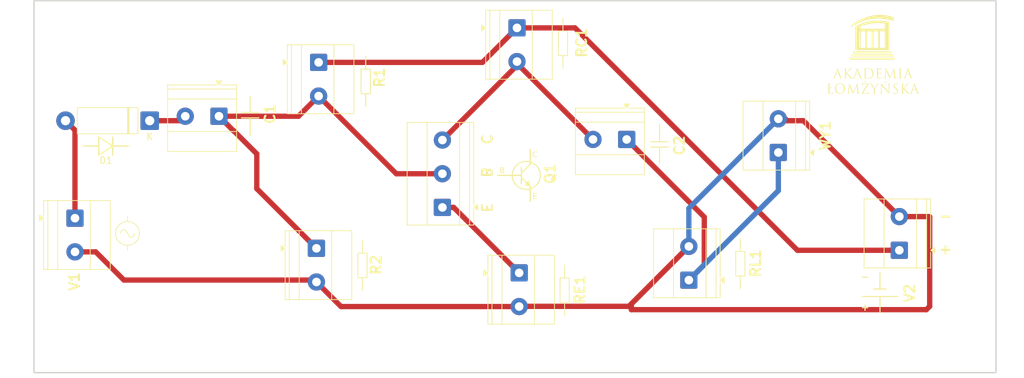
<source format=kicad_pcb>
(kicad_pcb (version 20241229) (generator "pcbnew") (generator_version "9.0")
  (layers (0 "F.Cu" signal) (2 "B.Cu" signal) (13 "F.Paste" user) (15 "B.Paste" user) (5 "F.SilkS" user "F.Silkscreen") (7 "B.SilkS" user "B.Silkscreen") (1 "F.Mask" user) (3 "B.Mask" user) (25 "Edge.Cuts" user))
  (net 0 "")
  (net 1 "Net-(D1-K)")
  (net 2 "Net-(Q1-B)")
  (net 3 "Net-(Q1-C)")
  (net 4 "Net-(Q1-E)")
  (net 5 "Net-(V2-+)")
  (net 6 "AC")
  (net 7 "Net-(C2-Pad1)")
  (net 8 "Net-(D1-A)")
  (footprint "MountingHole:MountingHole_4.3mm_M4" (layer "F.Cu") (at 237.25 157.5)
    (property "Reference" "REF**" (hide yes))
    (property "Value" "MountingHole_4.3mm_M4")
    (pad "" np_thru_hole circle (at 0 0) (size 4.3 4.3) (drill 4.3) (layers "*.Cu" "*.Mask"))
  )
  (footprint "TerminalBlock_Phoenix:TerminalBlock_Phoenix_MKDS-1,5-2-5.08_1x02_P5.08mm_Horizontal" (layer "F.Cu") (at 196.1725 148.795 90)
    (property "Reference" "RL1" (at 2.545 10.0775 90) (layer "F.SilkS") (effects (font (size 1.5 1.5) (thickness 0.3) (bold yes))))
    (property "Value" "100k")
    (pad "1" thru_hole roundrect (at 0 0 90) (size 2.6 2.6) (drill 1.3) (layers "*.Cu" "*.Mask") (roundrect_rratio 0.096154) (net 7 "Net-(C2-Pad1)"))
    (pad "2" thru_hole circle (at 5.08 0 90) (size 2.6 2.6) (drill 1.3) (layers "*.Cu" "*.Mask") (net 6 "AC"))
  )
  (footprint "kicad moje pliki:bateria_symbol" (layer "F.Cu") (at 225 150.75 180)
    (property "Reference" "G***" (hide yes))
    (property "Value" "LOGO" (hide yes))
  )
  (footprint "kicad moje pliki:kondensator_bipolarny_symbol" (layer "F.Cu") (at 191.75 128.25 -90)
    (property "Reference" "G***" (hide yes))
    (property "Value" "LOGO" (hide yes))
  )
  (footprint "MountingHole:MountingHole_4.3mm_M4" (layer "F.Cu") (at 101.75 157.25)
    (property "Reference" "REF**" (hide yes))
    (property "Value" "MountingHole_4.3mm_M4")
    (pad "" np_thru_hole circle (at 0 0) (size 4.3 4.3) (drill 4.3) (layers "*.Cu" "*.Mask"))
  )
  (footprint "TerminalBlock_Phoenix:TerminalBlock_Phoenix_MKDS-1,5-2-5.08_1x02_P5.08mm_Horizontal" (layer "F.Cu") (at 140 144 -90)
    (property "Reference" "R2" (at 2.5 -9 90) (layer "F.SilkS") (effects (font (size 1.5 1.5) (thickness 0.3) (bold yes))))
    (property "Value" "10k")
    (pad "1" thru_hole roundrect (at 0 0 270) (size 2.6 2.6) (drill 1.3) (layers "*.Cu" "*.Mask") (roundrect_rratio 0.096154) (net 2 "Net-(Q1-B)"))
    (pad "2" thru_hole circle (at 5.08 0 270) (size 2.6 2.6) (drill 1.3) (layers "*.Cu" "*.Mask") (net 6 "AC"))
  )
  (footprint "TerminalBlock_Phoenix:TerminalBlock_Phoenix_MKDS-1,5-3-5.08_1x03_P5.08mm_Horizontal" (layer "F.Cu") (at 159 137.83 90)
    (property "Reference" "Q1" (at 5.085 16.25 90) (layer "F.SilkS") (effects (font (size 1.5 1.5) (thickness 0.3) (bold yes))))
    (property "Value" "2N2222")
    (pad "1" thru_hole roundrect (at 0 0 90) (size 2.6 2.6) (drill 1.3) (layers "*.Cu" "*.Mask") (roundrect_rratio 0.096154) (net 4 "Net-(Q1-E)"))
    (pad "2" thru_hole circle (at 5.08 0 90) (size 2.6 2.6) (drill 1.3) (layers "*.Cu" "*.Mask") (net 2 "Net-(Q1-B)"))
    (pad "3" thru_hole circle (at 10.16 0 90) (size 2.6 2.6) (drill 1.3) (layers "*.Cu" "*.Mask") (net 3 "Net-(Q1-C)"))
  )
  (footprint "TerminalBlock_Phoenix:TerminalBlock_Phoenix_MKDS-1,5-2-5.08_1x02_P5.08mm_Horizontal" (layer "F.Cu") (at 209.6725 129.545 90)
    (property "Reference" "WY1" (at 2.545 7.0775 90) (layer "F.SilkS") (effects (font (size 1.5 1.5) (thickness 0.3) (bold yes))))
    (property "Value" "~")
    (pad "1" thru_hole roundrect (at 0 0 90) (size 2.6 2.6) (drill 1.3) (layers "*.Cu" "*.Mask") (roundrect_rratio 0.096154) (net 7 "Net-(C2-Pad1)"))
    (pad "2" thru_hole circle (at 5.08 0 90) (size 2.6 2.6) (drill 1.3) (layers "*.Cu" "*.Mask") (net 6 "AC"))
  )
  (footprint "MountingHole:MountingHole_4.3mm_M4" (layer "F.Cu") (at 102.75 112)
    (property "Reference" "REF**" (hide yes))
    (property "Value" "MountingHole_4.3mm_M4")
    (pad "" np_thru_hole circle (at 0 0) (size 4.3 4.3) (drill 4.3) (layers "*.Cu" "*.Mask"))
  )
  (footprint "kicad moje pliki:rezystor_symbol" (layer "F.Cu") (at 147.5 118.75 90)
    (property "Reference" "G***" (hide yes))
    (property "Value" "LOGO" (hide yes))
  )
  (footprint "kicad moje pliki:rezystor_symbol" (layer "F.Cu") (at 177.5 150.25 90)
    (property "Reference" "G***" (hide yes))
    (property "Value" "LOGO" (hide yes))
  )
  (footprint "kicad moje pliki:rezystor_symbol" (layer "F.Cu") (at 147 146.5 90)
    (property "Reference" "G***" (hide yes))
    (property "Value" "LOGO" (hide yes))
  )
  (footprint "MountingHole:MountingHole_4.3mm_M4" (layer "F.Cu") (at 237.25 112)
    (property "Reference" "REF**" (hide yes))
    (property "Value" "MountingHole_4.3mm_M4")
    (pad "" np_thru_hole circle (at 0 0) (size 4.3 4.3) (drill 4.3) (layers "*.Cu" "*.Mask"))
  )
  (footprint "kicad moje pliki:rezystor_symbol" (layer "F.Cu") (at 204 146.25 90)
    (property "Reference" "G***" (hide yes))
    (property "Value" "LOGO" (hide yes))
  )
  (footprint "kicad moje pliki:dioda_prostownicza" (layer "F.Cu") (at 108.5 128.5)
    (property "Reference" "G***" (hide yes))
    (property "Value" "LOGO" (hide yes))
  )
  (footprint "TerminalBlock_Phoenix:TerminalBlock_Phoenix_MKDS-1,5-2-5.08_1x02_P5.08mm_Horizontal" (layer "F.Cu") (at 103.5775 139.455 -90)
    (property "Reference" "V1" (at 9.545 0.0775 90) (layer "F.SilkS") (effects (font (size 1.5 1.5) (thickness 0.3) (bold yes))))
    (property "Value" "~")
    (pad "1" thru_hole roundrect (at 0 0 270) (size 2.6 2.6) (drill 1.3) (layers "*.Cu" "*.Mask") (roundrect_rratio 0.096154) (net 8 "Net-(D1-A)"))
    (pad "2" thru_hole circle (at 5.08 0 270) (size 2.6 2.6) (drill 1.3) (layers "*.Cu" "*.Mask") (net 6 "AC"))
  )
  (footprint "TerminalBlock_Phoenix:TerminalBlock_Phoenix_MKDS-1,5-2-5.08_1x02_P5.08mm_Horizontal" (layer "F.Cu") (at 170.25 110.75 -90)
    (property "Reference" "RC1" (at 2.25 -9.75 90) (layer "F.SilkS") (effects (font (size 1.5 1.5) (thickness 0.3) (bold yes))))
    (property "Value" "4k")
    (pad "1" thru_hole roundrect (at 0 0 270) (size 2.6 2.6) (drill 1.3) (layers "*.Cu" "*.Mask") (roundrect_rratio 0.096154) (net 5 "Net-(V2-+)"))
    (pad "2" thru_hole circle (at 5.08 0 270) (size 2.6 2.6) (drill 1.3) (layers "*.Cu" "*.Mask") (net 3 "Net-(Q1-C)"))
  )
  (footprint "TerminalBlock_Phoenix:TerminalBlock_Phoenix_MKDS-1,5-2-5.08_1x02_P5.08mm_Horizontal" (layer "F.Cu") (at 227.9225 144.295 90)
    (property "Reference" "V2" (at -6.455 1.5775 90) (layer "F.SilkS") (effects (font (size 1.5 1.5) (thickness 0.3) (bold yes))))
    (property "Value" "~")
    (pad "1" thru_hole roundrect (at 0 0 90) (size 2.6 2.6) (drill 1.3) (layers "*.Cu" "*.Mask") (roundrect_rratio 0.096154) (net 5 "Net-(V2-+)"))
    (pad "2" thru_hole circle (at 5.08 0 90) (size 2.6 2.6) (drill 1.3) (layers "*.Cu" "*.Mask") (net 6 "AC"))
  )
  (footprint "TerminalBlock_Phoenix:TerminalBlock_Phoenix_MKDS-1,5-2-5.08_1x02_P5.08mm_Horizontal" (layer "F.Cu") (at 125.295 124.0775 180)
    (property "Reference" "C1" (at -7.705 0.3275 90) (layer "F.SilkS") (effects (font (size 1.5 1.5) (thickness 0.3) (bold yes))))
    (property "Value" "1uF")
    (pad "1" thru_hole roundrect (at 0 0 180) (size 2.6 2.6) (drill 1.3) (layers "*.Cu" "*.Mask") (roundrect_rratio 0.096154) (net 2 "Net-(Q1-B)"))
    (pad "2" thru_hole circle (at 5.08 0 180) (size 2.6 2.6) (drill 1.3) (layers "*.Cu" "*.Mask") (net 1 "Net-(D1-K)"))
  )
  (footprint "TerminalBlock_Phoenix:TerminalBlock_Phoenix_MKDS-1,5-2-5.08_1x02_P5.08mm_Horizontal" (layer "F.Cu") (at 186.795 127.5775 180)
    (property "Reference" "C2" (at -7.955 -0.9225 90) (layer "F.SilkS") (effects (font (size 1.5 1.5) (thickness 0.3) (bold yes))))
    (property "Value" "1uF")
    (pad "1" thru_hole roundrect (at 0 0 180) (size 2.6 2.6) (drill 1.3) (layers "*.Cu" "*.Mask") (roundrect_rratio 0.096154) (net 7 "Net-(C2-Pad1)"))
    (pad "2" thru_hole circle (at 5.08 0 180) (size 2.6 2.6) (drill 1.3) (layers "*.Cu" "*.Mask") (net 3 "Net-(Q1-C)"))
  )
  (footprint "kicad moje pliki:kondensator_bipolarny_symbol" (layer "F.Cu") (at 130 124 90)
    (property "Reference" "G***" (hide yes))
    (property "Value" "LOGO" (hide yes))
  )
  (footprint "kicad moje pliki:rezystor_symbol" (layer "F.Cu") (at 147.5 118.75 90)
    (property "Reference" "G***" (hide yes))
    (property "Value" "LOGO" (hide yes))
  )
  (footprint "TerminalBlock_Phoenix:TerminalBlock_Phoenix_MKDS-1,5-2-5.08_1x02_P5.08mm_Horizontal" (layer "F.Cu") (at 140.3275 115.955 -90)
    (property "Reference" "R1" (at 2.295 -9.1725 90) (layer "F.SilkS") (effects (font (size 1.5 1.5) (thickness 0.3) (bold yes))))
    (property "Value" "50k")
    (pad "1" thru_hole roundrect (at 0 0 270) (size 2.6 2.6) (drill 1.3) (layers "*.Cu" "*.Mask") (roundrect_rratio 0.096154) (net 5 "Net-(V2-+)"))
    (pad "2" thru_hole circle (at 5.08 0 270) (size 2.6 2.6) (drill 1.3) (layers "*.Cu" "*.Mask") (net 2 "Net-(Q1-B)"))
  )
  (footprint "Diode_THT:D_5W_P12.70mm_Horizontal" (layer "F.Cu") (at 114.85 124.75 180)
    (property "Reference" "D1" (at 6.6 -6 0) (layer "F.SilkS"))
    (property "Value" "1N4148WT")
    (fp_text user "K" (at 0 -2.4 0) (layer "F.SilkS"))
    (pad "1" thru_hole roundrect (at 0 0 180) (size 2.8 2.8) (drill 1.4) (layers "*.Cu" "*.Mask") (roundrect_rratio 0.089286) (net 1 "Net-(D1-K)"))
    (pad "2" thru_hole circle (at 12.7 0 180) (size 2.8 2.8) (drill 1.4) (layers "*.Cu" "*.Mask") (net 8 "Net-(D1-A)"))
  )
  (footprint "TerminalBlock_Phoenix:TerminalBlock_Phoenix_MKDS-1,5-2-5.08_1x02_P5.08mm_Horizontal" (layer "F.Cu") (at 170.5775 147.705 -90)
    (property "Reference" "RE1" (at 2.545 -9.1725 90) (layer "F.SilkS") (effects (font (size 1.5 1.5) (thickness 0.3) (bold yes))))
    (property "Value" "1k")
    (pad "1" thru_hole roundrect (at 0 0 270) (size 2.6 2.6) (drill 1.3) (layers "*.Cu" "*.Mask") (roundrect_rratio 0.096154) (net 4 "Net-(Q1-E)"))
    (pad "2" thru_hole circle (at 5.08 0 270) (size 2.6 2.6) (drill 1.3) (layers "*.Cu" "*.Mask") (net 6 "AC"))
  )
  (footprint "kicad moje pliki:LOGO_AL" (layer "F.Cu") (at 223.999213 115.495923)
    (property "Reference" "G***" (hide yes))
    (property "Value" "LOGO" (hide yes))
  )
  (footprint "kicad moje pliki:tranzystor_symbol" (layer "F.Cu") (at 171.25 132.995)
    (property "Reference" "G***" (hide yes))
    (property "Value" "LOGO" (hide yes))
  )
  (footprint "kicad moje pliki:rezystor_symbol" (layer "F.Cu") (at 177.25 113 90)
    (property "Reference" "G***" (hide yes))
    (property "Value" "LOGO" (hide yes))
  )
  (footprint "kicad moje pliki:Prad_Przemienny_Symbol" (layer "F.Cu") (at 111.5 141.75 180)
    (property "Reference" "G***" (hide yes))
    (property "Value" "LOGO" (hide yes))
  )
  (gr_rect (start 97.393753 106.643754) (end 242.5 162.75) (stroke (width 0.2)) (fill no) (layer "Edge.Cuts"))
  (gr_text "E" (at 164.75 138.75 270) (layer "F.SilkS") (effects (font (size 1.5 1.5) (thickness 0.3) (bold yes)) (justify left bottom mirror)))
  (gr_text "C" (at 164.75 128.5 270) (layer "F.SilkS") (effects (font (size 1.5 1.5) (thickness 0.3) (bold yes)) (justify left bottom mirror)))
  (gr_text "-" (at 233.75 140 0) (layer "F.SilkS") (effects (font (size 1.5 1.5) (thickness 0.3) (bold yes)) (justify left bottom)))
  (gr_text "B" (at 164.75 133.5 270) (layer "F.SilkS") (effects (font (size 1.5 1.5) (thickness 0.3) (bold yes)) (justify left bottom mirror)))
  (gr_text "+" (at 233.75 145 0) (layer "F.SilkS") (effects (font (size 1.5 1.5) (thickness 0.3) (bold yes)) (justify left bottom)))
  (segment (start 119.5425 124.75) (end 120.215 124.0775) (width 0.8) (layer "F.Cu") (net 1))
  (segment (start 114.85 124.75) (end 119.5425 124.75) (width 0.8) (layer "F.Cu") (net 1))
  (segment (start 127.5325 126.2825) (end 131 129.75) (width 0.8) (layer "F.Cu") (net 2))
  (segment (start 125.295 124.0775) (end 127.5 126.2825) (width 0.8) (layer "F.Cu") (net 2))
  (segment (start 127.5 126.2825) (end 127.5325 126.2825) (width 0.8) (layer "F.Cu") (net 2))
  (segment (start 140.3275 121.035) (end 137.285 124.0775) (width 0.8) (layer "F.Cu") (net 2))
  (segment (start 152.0425 132.75) (end 159 132.75) (width 0.8) (layer "F.Cu") (net 2))
  (segment (start 131 129.75) (end 131 135) (width 0.8) (layer "F.Cu") (net 2))
  (segment (start 131 135) (end 140 144) (width 0.8) (layer "F.Cu") (net 2))
  (segment (start 140.3275 121.035) (end 152.0425 132.75) (width 0.8) (layer "F.Cu") (net 2))
  (segment (start 137.285 124.0775) (end 125.295 124.0775) (width 0.8) (layer "F.Cu") (net 2))
  (segment (start 170.25 116.1125) (end 170.25 115.83) (width 0.8) (layer "F.Cu") (net 3))
  (segment (start 170.25 116.42) (end 170.25 115.83) (width 0.8) (layer "F.Cu") (net 3))
  (segment (start 181.715 127.5775) (end 170.25 116.1125) (width 0.8) (layer "F.Cu") (net 3))
  (segment (start 159 127.67) (end 170.25 116.42) (width 0.8) (layer "F.Cu") (net 3))
  (segment (start 159 137.83) (end 160.7025 137.83) (width 0.8) (layer "F.Cu") (net 4))
  (segment (start 160.7025 137.83) (end 170.5775 147.705) (width 0.8) (layer "F.Cu") (net 4))
  (segment (start 165.045 115.955) (end 170.25 110.75) (width 0.8) (layer "F.Cu") (net 5))
  (segment (start 170.25 110.75) (end 179 110.75) (width 0.8) (layer "F.Cu") (net 5))
  (segment (start 140.3275 115.955) (end 165.045 115.955) (width 0.8) (layer "F.Cu") (net 5))
  (segment (start 179 110.75) (end 212.545 144.295) (width 0.8) (layer "F.Cu") (net 5))
  (segment (start 212.545 144.295) (end 227.9225 144.295) (width 0.8) (layer "F.Cu") (net 5))
  (segment (start 211 124.75) (end 213.4575 124.75) (width 0.8) (layer "F.Cu") (net 6))
  (segment (start 196.1725 143.715) (end 187.5 152.3875) (width 0.8) (layer "F.Cu") (net 6))
  (segment (start 170.75 152.75) (end 187.1375 152.75) (width 0.8) (layer "F.Cu") (net 6))
  (segment (start 210.715 124.465) (end 211 124.75) (width 0.8) (layer "F.Cu") (net 6))
  (segment (start 187.5 152.3875) (end 187.5 153.25) (width 0.8) (layer "F.Cu") (net 6))
  (segment (start 232.465 139.215) (end 227.9225 139.215) (width 0.8) (layer "F.Cu") (net 6))
  (segment (start 103.5775 144.535) (end 106.705 144.535) (width 0.8) (layer "F.Cu") (net 6))
  (segment (start 196.1725 143.715) (end 187.1375 152.75) (width 0.8) (layer "F.Cu") (net 6))
  (segment (start 170.5775 152.785) (end 170.715 152.785) (width 0.8) (layer "F.Cu") (net 6))
  (segment (start 232.5 152.75) (end 232.5 139.25) (width 0.8) (layer "F.Cu") (net 6))
  (segment (start 232.5 139.25) (end 232.465 139.215) (width 0.8) (layer "F.Cu") (net 6))
  (segment (start 143.705 152.785) (end 170.5775 152.785) (width 0.8) (layer "F.Cu") (net 6))
  (segment (start 209.6725 124.465) (end 210.715 124.465) (width 0.8) (layer "F.Cu") (net 6))
  (segment (start 140 149.08) (end 143.705 152.785) (width 0.8) (layer "F.Cu") (net 6))
  (segment (start 213.4575 124.75) (end 227.9225 139.215) (width 0.8) (layer "F.Cu") (net 6))
  (segment (start 187.5 153.25) (end 232 153.25) (width 0.8) (layer "F.Cu") (net 6))
  (segment (start 110.955 148.785) (end 139.705 148.785) (width 0.8) (layer "F.Cu") (net 6))
  (segment (start 170.715 152.785) (end 170.75 152.75) (width 0.8) (layer "F.Cu") (net 6))
  (segment (start 139.705 148.785) (end 140 149.08) (width 0.8) (layer "F.Cu") (net 6))
  (segment (start 232 153.25) (end 232.5 152.75) (width 0.8) (layer "F.Cu") (net 6))
  (segment (start 106.705 144.535) (end 110.955 148.785) (width 0.8) (layer "F.Cu") (net 6))
  (segment (start 196.1725 137.965) (end 209.6725 124.465) (width 0.8) (layer "B.Cu") (net 6))
  (segment (start 196.1725 143.715) (end 196.1725 137.965) (width 0.8) (layer "B.Cu") (net 6))
  (segment (start 186.795 127.5775) (end 198.5 139.2825) (width 0.8) (layer "F.Cu") (net 7))
  (segment (start 198.5 139.2825) (end 198.5 146.4675) (width 0.8) (layer "F.Cu") (net 7))
  (segment (start 198.5 146.4675) (end 196.1725 148.795) (width 0.8) (layer "F.Cu") (net 7))
  (segment (start 197.7735 147.194) (end 196.1725 148.795) (width 0.8) (layer "B.Cu") (net 7))
  (segment (start 209.6725 135.295) (end 196.1725 148.795) (width 0.8) (layer "B.Cu") (net 7))
  (segment (start 209.6725 129.545) (end 209.6725 135.295) (width 0.8) (layer "B.Cu") (net 7))
  (segment (start 103.5775 126.1775) (end 102.15 124.75) (width 0.8) (layer "F.Cu") (net 8))
  (segment (start 103.5775 139.455) (end 103.5775 126.1775) (width 0.8) (layer "F.Cu") (net 8))
)
</source>
